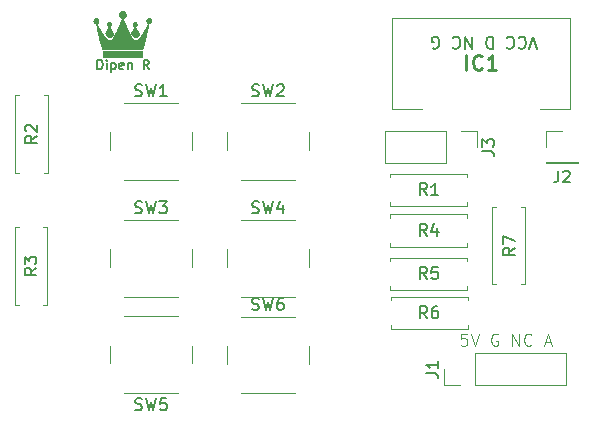
<source format=gbr>
%TF.GenerationSoftware,KiCad,Pcbnew,(6.0.5)*%
%TF.CreationDate,2022-06-30T14:49:24+05:30*%
%TF.ProjectId,D1 mini 4 button remote,4431206d-696e-4692-9034-20627574746f,rev?*%
%TF.SameCoordinates,Original*%
%TF.FileFunction,Legend,Top*%
%TF.FilePolarity,Positive*%
%FSLAX46Y46*%
G04 Gerber Fmt 4.6, Leading zero omitted, Abs format (unit mm)*
G04 Created by KiCad (PCBNEW (6.0.5)) date 2022-06-30 14:49:24*
%MOMM*%
%LPD*%
G01*
G04 APERTURE LIST*
%ADD10C,0.200000*%
%ADD11C,0.062500*%
%ADD12C,0.150000*%
%ADD13C,0.254000*%
%ADD14C,0.120000*%
%ADD15C,0.100000*%
G04 APERTURE END LIST*
D10*
X95770971Y-33280304D02*
X95770971Y-32480304D01*
X95961447Y-32480304D01*
X96075733Y-32518400D01*
X96151923Y-32594590D01*
X96190019Y-32670780D01*
X96228114Y-32823161D01*
X96228114Y-32937447D01*
X96190019Y-33089828D01*
X96151923Y-33166019D01*
X96075733Y-33242209D01*
X95961447Y-33280304D01*
X95770971Y-33280304D01*
X96570971Y-33280304D02*
X96570971Y-32746971D01*
X96570971Y-32480304D02*
X96532876Y-32518400D01*
X96570971Y-32556495D01*
X96609066Y-32518400D01*
X96570971Y-32480304D01*
X96570971Y-32556495D01*
X96951923Y-32746971D02*
X96951923Y-33546971D01*
X96951923Y-32785066D02*
X97028114Y-32746971D01*
X97180495Y-32746971D01*
X97256685Y-32785066D01*
X97294780Y-32823161D01*
X97332876Y-32899352D01*
X97332876Y-33127923D01*
X97294780Y-33204114D01*
X97256685Y-33242209D01*
X97180495Y-33280304D01*
X97028114Y-33280304D01*
X96951923Y-33242209D01*
X97980495Y-33242209D02*
X97904304Y-33280304D01*
X97751923Y-33280304D01*
X97675733Y-33242209D01*
X97637638Y-33166019D01*
X97637638Y-32861257D01*
X97675733Y-32785066D01*
X97751923Y-32746971D01*
X97904304Y-32746971D01*
X97980495Y-32785066D01*
X98018590Y-32861257D01*
X98018590Y-32937447D01*
X97637638Y-33013638D01*
X98361447Y-32746971D02*
X98361447Y-33280304D01*
X98361447Y-32823161D02*
X98399542Y-32785066D01*
X98475733Y-32746971D01*
X98590019Y-32746971D01*
X98666209Y-32785066D01*
X98704304Y-32861257D01*
X98704304Y-33280304D01*
X100151923Y-33280304D02*
X99885257Y-32899352D01*
X99694780Y-33280304D02*
X99694780Y-32480304D01*
X99999542Y-32480304D01*
X100075733Y-32518400D01*
X100113828Y-32556495D01*
X100151923Y-32632685D01*
X100151923Y-32746971D01*
X100113828Y-32823161D01*
X100075733Y-32861257D01*
X99999542Y-32899352D01*
X99694780Y-32899352D01*
D11*
X127067085Y-55687980D02*
X126590895Y-55687980D01*
X126543276Y-56164171D01*
X126590895Y-56116552D01*
X126686133Y-56068933D01*
X126924228Y-56068933D01*
X127019466Y-56116552D01*
X127067085Y-56164171D01*
X127114704Y-56259409D01*
X127114704Y-56497504D01*
X127067085Y-56592742D01*
X127019466Y-56640361D01*
X126924228Y-56687980D01*
X126686133Y-56687980D01*
X126590895Y-56640361D01*
X126543276Y-56592742D01*
X127400419Y-55687980D02*
X127733752Y-56687980D01*
X128067085Y-55687980D01*
X129686133Y-55735600D02*
X129590895Y-55687980D01*
X129448038Y-55687980D01*
X129305180Y-55735600D01*
X129209942Y-55830838D01*
X129162323Y-55926076D01*
X129114704Y-56116552D01*
X129114704Y-56259409D01*
X129162323Y-56449885D01*
X129209942Y-56545123D01*
X129305180Y-56640361D01*
X129448038Y-56687980D01*
X129543276Y-56687980D01*
X129686133Y-56640361D01*
X129733752Y-56592742D01*
X129733752Y-56259409D01*
X129543276Y-56259409D01*
X130924228Y-56687980D02*
X130924228Y-55687980D01*
X131495657Y-56687980D01*
X131495657Y-55687980D01*
X132543276Y-56592742D02*
X132495657Y-56640361D01*
X132352800Y-56687980D01*
X132257561Y-56687980D01*
X132114704Y-56640361D01*
X132019466Y-56545123D01*
X131971847Y-56449885D01*
X131924228Y-56259409D01*
X131924228Y-56116552D01*
X131971847Y-55926076D01*
X132019466Y-55830838D01*
X132114704Y-55735600D01*
X132257561Y-55687980D01*
X132352800Y-55687980D01*
X132495657Y-55735600D01*
X132543276Y-55783219D01*
X133686133Y-56402266D02*
X134162323Y-56402266D01*
X133590895Y-56687980D02*
X133924228Y-55687980D01*
X134257561Y-56687980D01*
D12*
X133024000Y-31535619D02*
X132690666Y-30535619D01*
X132357333Y-31535619D01*
X131452571Y-30630857D02*
X131500190Y-30583238D01*
X131643047Y-30535619D01*
X131738285Y-30535619D01*
X131881142Y-30583238D01*
X131976380Y-30678476D01*
X132024000Y-30773714D01*
X132071619Y-30964190D01*
X132071619Y-31107047D01*
X132024000Y-31297523D01*
X131976380Y-31392761D01*
X131881142Y-31488000D01*
X131738285Y-31535619D01*
X131643047Y-31535619D01*
X131500190Y-31488000D01*
X131452571Y-31440380D01*
X130452571Y-30630857D02*
X130500190Y-30583238D01*
X130643047Y-30535619D01*
X130738285Y-30535619D01*
X130881142Y-30583238D01*
X130976380Y-30678476D01*
X131024000Y-30773714D01*
X131071619Y-30964190D01*
X131071619Y-31107047D01*
X131024000Y-31297523D01*
X130976380Y-31392761D01*
X130881142Y-31488000D01*
X130738285Y-31535619D01*
X130643047Y-31535619D01*
X130500190Y-31488000D01*
X130452571Y-31440380D01*
X129262095Y-30535619D02*
X129262095Y-31535619D01*
X129024000Y-31535619D01*
X128881142Y-31488000D01*
X128785904Y-31392761D01*
X128738285Y-31297523D01*
X128690666Y-31107047D01*
X128690666Y-30964190D01*
X128738285Y-30773714D01*
X128785904Y-30678476D01*
X128881142Y-30583238D01*
X129024000Y-30535619D01*
X129262095Y-30535619D01*
X127500190Y-30535619D02*
X127500190Y-31535619D01*
X126928761Y-30535619D01*
X126928761Y-31535619D01*
X125881142Y-30630857D02*
X125928761Y-30583238D01*
X126071619Y-30535619D01*
X126166857Y-30535619D01*
X126309714Y-30583238D01*
X126404952Y-30678476D01*
X126452571Y-30773714D01*
X126500190Y-30964190D01*
X126500190Y-31107047D01*
X126452571Y-31297523D01*
X126404952Y-31392761D01*
X126309714Y-31488000D01*
X126166857Y-31535619D01*
X126071619Y-31535619D01*
X125928761Y-31488000D01*
X125881142Y-31440380D01*
X124166857Y-31488000D02*
X124262095Y-31535619D01*
X124404952Y-31535619D01*
X124547809Y-31488000D01*
X124643047Y-31392761D01*
X124690666Y-31297523D01*
X124738285Y-31107047D01*
X124738285Y-30964190D01*
X124690666Y-30773714D01*
X124643047Y-30678476D01*
X124547809Y-30583238D01*
X124404952Y-30535619D01*
X124309714Y-30535619D01*
X124166857Y-30583238D01*
X124119238Y-30630857D01*
X124119238Y-30964190D01*
X124309714Y-30964190D01*
%TO.C,R7*%
X131134780Y-48404266D02*
X130658590Y-48737600D01*
X131134780Y-48975695D02*
X130134780Y-48975695D01*
X130134780Y-48594742D01*
X130182400Y-48499504D01*
X130230019Y-48451885D01*
X130325257Y-48404266D01*
X130468114Y-48404266D01*
X130563352Y-48451885D01*
X130610971Y-48499504D01*
X130658590Y-48594742D01*
X130658590Y-48975695D01*
X130134780Y-48070933D02*
X130134780Y-47404266D01*
X131134780Y-47832838D01*
%TO.C,SW6*%
X108901466Y-53624361D02*
X109044323Y-53671980D01*
X109282419Y-53671980D01*
X109377657Y-53624361D01*
X109425276Y-53576742D01*
X109472895Y-53481504D01*
X109472895Y-53386266D01*
X109425276Y-53291028D01*
X109377657Y-53243409D01*
X109282419Y-53195790D01*
X109091942Y-53148171D01*
X108996704Y-53100552D01*
X108949085Y-53052933D01*
X108901466Y-52957695D01*
X108901466Y-52862457D01*
X108949085Y-52767219D01*
X108996704Y-52719600D01*
X109091942Y-52671980D01*
X109330038Y-52671980D01*
X109472895Y-52719600D01*
X109806228Y-52671980D02*
X110044323Y-53671980D01*
X110234800Y-52957695D01*
X110425276Y-53671980D01*
X110663371Y-52671980D01*
X111472895Y-52671980D02*
X111282419Y-52671980D01*
X111187180Y-52719600D01*
X111139561Y-52767219D01*
X111044323Y-52910076D01*
X110996704Y-53100552D01*
X110996704Y-53481504D01*
X111044323Y-53576742D01*
X111091942Y-53624361D01*
X111187180Y-53671980D01*
X111377657Y-53671980D01*
X111472895Y-53624361D01*
X111520514Y-53576742D01*
X111568133Y-53481504D01*
X111568133Y-53243409D01*
X111520514Y-53148171D01*
X111472895Y-53100552D01*
X111377657Y-53052933D01*
X111187180Y-53052933D01*
X111091942Y-53100552D01*
X111044323Y-53148171D01*
X110996704Y-53243409D01*
%TO.C,SW5*%
X98996666Y-62094761D02*
X99139523Y-62142380D01*
X99377619Y-62142380D01*
X99472857Y-62094761D01*
X99520476Y-62047142D01*
X99568095Y-61951904D01*
X99568095Y-61856666D01*
X99520476Y-61761428D01*
X99472857Y-61713809D01*
X99377619Y-61666190D01*
X99187142Y-61618571D01*
X99091904Y-61570952D01*
X99044285Y-61523333D01*
X98996666Y-61428095D01*
X98996666Y-61332857D01*
X99044285Y-61237619D01*
X99091904Y-61190000D01*
X99187142Y-61142380D01*
X99425238Y-61142380D01*
X99568095Y-61190000D01*
X99901428Y-61142380D02*
X100139523Y-62142380D01*
X100330000Y-61428095D01*
X100520476Y-62142380D01*
X100758571Y-61142380D01*
X101615714Y-61142380D02*
X101139523Y-61142380D01*
X101091904Y-61618571D01*
X101139523Y-61570952D01*
X101234761Y-61523333D01*
X101472857Y-61523333D01*
X101568095Y-61570952D01*
X101615714Y-61618571D01*
X101663333Y-61713809D01*
X101663333Y-61951904D01*
X101615714Y-62047142D01*
X101568095Y-62094761D01*
X101472857Y-62142380D01*
X101234761Y-62142380D01*
X101139523Y-62094761D01*
X101091904Y-62047142D01*
%TO.C,R6*%
X123706133Y-54361980D02*
X123372800Y-53885790D01*
X123134704Y-54361980D02*
X123134704Y-53361980D01*
X123515657Y-53361980D01*
X123610895Y-53409600D01*
X123658514Y-53457219D01*
X123706133Y-53552457D01*
X123706133Y-53695314D01*
X123658514Y-53790552D01*
X123610895Y-53838171D01*
X123515657Y-53885790D01*
X123134704Y-53885790D01*
X124563276Y-53361980D02*
X124372800Y-53361980D01*
X124277561Y-53409600D01*
X124229942Y-53457219D01*
X124134704Y-53600076D01*
X124087085Y-53790552D01*
X124087085Y-54171504D01*
X124134704Y-54266742D01*
X124182323Y-54314361D01*
X124277561Y-54361980D01*
X124468038Y-54361980D01*
X124563276Y-54314361D01*
X124610895Y-54266742D01*
X124658514Y-54171504D01*
X124658514Y-53933409D01*
X124610895Y-53838171D01*
X124563276Y-53790552D01*
X124468038Y-53742933D01*
X124277561Y-53742933D01*
X124182323Y-53790552D01*
X124134704Y-53838171D01*
X124087085Y-53933409D01*
%TO.C,J3*%
X128360980Y-40211333D02*
X129075266Y-40211333D01*
X129218123Y-40258952D01*
X129313361Y-40354190D01*
X129360980Y-40497047D01*
X129360980Y-40592285D01*
X128360980Y-39830380D02*
X128360980Y-39211333D01*
X128741933Y-39544666D01*
X128741933Y-39401809D01*
X128789552Y-39306571D01*
X128837171Y-39258952D01*
X128932409Y-39211333D01*
X129170504Y-39211333D01*
X129265742Y-39258952D01*
X129313361Y-39306571D01*
X129360980Y-39401809D01*
X129360980Y-39687523D01*
X129313361Y-39782761D01*
X129265742Y-39830380D01*
%TO.C,SW3*%
X98996666Y-45430761D02*
X99139523Y-45478380D01*
X99377619Y-45478380D01*
X99472857Y-45430761D01*
X99520476Y-45383142D01*
X99568095Y-45287904D01*
X99568095Y-45192666D01*
X99520476Y-45097428D01*
X99472857Y-45049809D01*
X99377619Y-45002190D01*
X99187142Y-44954571D01*
X99091904Y-44906952D01*
X99044285Y-44859333D01*
X98996666Y-44764095D01*
X98996666Y-44668857D01*
X99044285Y-44573619D01*
X99091904Y-44526000D01*
X99187142Y-44478380D01*
X99425238Y-44478380D01*
X99568095Y-44526000D01*
X99901428Y-44478380D02*
X100139523Y-45478380D01*
X100330000Y-44764095D01*
X100520476Y-45478380D01*
X100758571Y-44478380D01*
X101044285Y-44478380D02*
X101663333Y-44478380D01*
X101330000Y-44859333D01*
X101472857Y-44859333D01*
X101568095Y-44906952D01*
X101615714Y-44954571D01*
X101663333Y-45049809D01*
X101663333Y-45287904D01*
X101615714Y-45383142D01*
X101568095Y-45430761D01*
X101472857Y-45478380D01*
X101187142Y-45478380D01*
X101091904Y-45430761D01*
X101044285Y-45383142D01*
%TO.C,R5*%
X123683733Y-51049180D02*
X123350400Y-50572990D01*
X123112304Y-51049180D02*
X123112304Y-50049180D01*
X123493257Y-50049180D01*
X123588495Y-50096800D01*
X123636114Y-50144419D01*
X123683733Y-50239657D01*
X123683733Y-50382514D01*
X123636114Y-50477752D01*
X123588495Y-50525371D01*
X123493257Y-50572990D01*
X123112304Y-50572990D01*
X124588495Y-50049180D02*
X124112304Y-50049180D01*
X124064685Y-50525371D01*
X124112304Y-50477752D01*
X124207542Y-50430133D01*
X124445638Y-50430133D01*
X124540876Y-50477752D01*
X124588495Y-50525371D01*
X124636114Y-50620609D01*
X124636114Y-50858704D01*
X124588495Y-50953942D01*
X124540876Y-51001561D01*
X124445638Y-51049180D01*
X124207542Y-51049180D01*
X124112304Y-51001561D01*
X124064685Y-50953942D01*
%TO.C,SW1*%
X98996666Y-35524761D02*
X99139523Y-35572380D01*
X99377619Y-35572380D01*
X99472857Y-35524761D01*
X99520476Y-35477142D01*
X99568095Y-35381904D01*
X99568095Y-35286666D01*
X99520476Y-35191428D01*
X99472857Y-35143809D01*
X99377619Y-35096190D01*
X99187142Y-35048571D01*
X99091904Y-35000952D01*
X99044285Y-34953333D01*
X98996666Y-34858095D01*
X98996666Y-34762857D01*
X99044285Y-34667619D01*
X99091904Y-34620000D01*
X99187142Y-34572380D01*
X99425238Y-34572380D01*
X99568095Y-34620000D01*
X99901428Y-34572380D02*
X100139523Y-35572380D01*
X100330000Y-34858095D01*
X100520476Y-35572380D01*
X100758571Y-34572380D01*
X101663333Y-35572380D02*
X101091904Y-35572380D01*
X101377619Y-35572380D02*
X101377619Y-34572380D01*
X101282380Y-34715238D01*
X101187142Y-34810476D01*
X101091904Y-34858095D01*
%TO.C,J2*%
X134794666Y-41870380D02*
X134794666Y-42584666D01*
X134747047Y-42727523D01*
X134651809Y-42822761D01*
X134508952Y-42870380D01*
X134413714Y-42870380D01*
X135223238Y-41965619D02*
X135270857Y-41918000D01*
X135366095Y-41870380D01*
X135604190Y-41870380D01*
X135699428Y-41918000D01*
X135747047Y-41965619D01*
X135794666Y-42060857D01*
X135794666Y-42156095D01*
X135747047Y-42298952D01*
X135175619Y-42870380D01*
X135794666Y-42870380D01*
%TO.C,SW2*%
X108902666Y-35524761D02*
X109045523Y-35572380D01*
X109283619Y-35572380D01*
X109378857Y-35524761D01*
X109426476Y-35477142D01*
X109474095Y-35381904D01*
X109474095Y-35286666D01*
X109426476Y-35191428D01*
X109378857Y-35143809D01*
X109283619Y-35096190D01*
X109093142Y-35048571D01*
X108997904Y-35000952D01*
X108950285Y-34953333D01*
X108902666Y-34858095D01*
X108902666Y-34762857D01*
X108950285Y-34667619D01*
X108997904Y-34620000D01*
X109093142Y-34572380D01*
X109331238Y-34572380D01*
X109474095Y-34620000D01*
X109807428Y-34572380D02*
X110045523Y-35572380D01*
X110236000Y-34858095D01*
X110426476Y-35572380D01*
X110664571Y-34572380D01*
X110997904Y-34667619D02*
X111045523Y-34620000D01*
X111140761Y-34572380D01*
X111378857Y-34572380D01*
X111474095Y-34620000D01*
X111521714Y-34667619D01*
X111569333Y-34762857D01*
X111569333Y-34858095D01*
X111521714Y-35000952D01*
X110950285Y-35572380D01*
X111569333Y-35572380D01*
%TO.C,R4*%
X123683733Y-47391580D02*
X123350400Y-46915390D01*
X123112304Y-47391580D02*
X123112304Y-46391580D01*
X123493257Y-46391580D01*
X123588495Y-46439200D01*
X123636114Y-46486819D01*
X123683733Y-46582057D01*
X123683733Y-46724914D01*
X123636114Y-46820152D01*
X123588495Y-46867771D01*
X123493257Y-46915390D01*
X123112304Y-46915390D01*
X124540876Y-46724914D02*
X124540876Y-47391580D01*
X124302780Y-46343961D02*
X124064685Y-47058247D01*
X124683733Y-47058247D01*
%TO.C,R1*%
X123683733Y-43937180D02*
X123350400Y-43460990D01*
X123112304Y-43937180D02*
X123112304Y-42937180D01*
X123493257Y-42937180D01*
X123588495Y-42984800D01*
X123636114Y-43032419D01*
X123683733Y-43127657D01*
X123683733Y-43270514D01*
X123636114Y-43365752D01*
X123588495Y-43413371D01*
X123493257Y-43460990D01*
X123112304Y-43460990D01*
X124636114Y-43937180D02*
X124064685Y-43937180D01*
X124350400Y-43937180D02*
X124350400Y-42937180D01*
X124255161Y-43080038D01*
X124159923Y-43175276D01*
X124064685Y-43222895D01*
%TO.C,J1*%
X123624380Y-59007333D02*
X124338666Y-59007333D01*
X124481523Y-59054952D01*
X124576761Y-59150190D01*
X124624380Y-59293047D01*
X124624380Y-59388285D01*
X124624380Y-58007333D02*
X124624380Y-58578761D01*
X124624380Y-58293047D02*
X123624380Y-58293047D01*
X123767238Y-58388285D01*
X123862476Y-58483523D01*
X123910095Y-58578761D01*
D13*
%TO.C,IC1*%
X127030238Y-33340523D02*
X127030238Y-32070523D01*
X128360714Y-33219571D02*
X128300238Y-33280047D01*
X128118809Y-33340523D01*
X127997857Y-33340523D01*
X127816428Y-33280047D01*
X127695476Y-33159095D01*
X127635000Y-33038142D01*
X127574523Y-32796238D01*
X127574523Y-32614809D01*
X127635000Y-32372904D01*
X127695476Y-32251952D01*
X127816428Y-32131000D01*
X127997857Y-32070523D01*
X128118809Y-32070523D01*
X128300238Y-32131000D01*
X128360714Y-32191476D01*
X129570238Y-33340523D02*
X128844523Y-33340523D01*
X129207380Y-33340523D02*
X129207380Y-32070523D01*
X129086428Y-32251952D01*
X128965476Y-32372904D01*
X128844523Y-32433380D01*
D12*
%TO.C,R3*%
X90622380Y-50103066D02*
X90146190Y-50436400D01*
X90622380Y-50674495D02*
X89622380Y-50674495D01*
X89622380Y-50293542D01*
X89670000Y-50198304D01*
X89717619Y-50150685D01*
X89812857Y-50103066D01*
X89955714Y-50103066D01*
X90050952Y-50150685D01*
X90098571Y-50198304D01*
X90146190Y-50293542D01*
X90146190Y-50674495D01*
X89622380Y-49769733D02*
X89622380Y-49150685D01*
X90003333Y-49484019D01*
X90003333Y-49341161D01*
X90050952Y-49245923D01*
X90098571Y-49198304D01*
X90193809Y-49150685D01*
X90431904Y-49150685D01*
X90527142Y-49198304D01*
X90574761Y-49245923D01*
X90622380Y-49341161D01*
X90622380Y-49626876D01*
X90574761Y-49722114D01*
X90527142Y-49769733D01*
%TO.C,R2*%
X90673180Y-38927066D02*
X90196990Y-39260400D01*
X90673180Y-39498495D02*
X89673180Y-39498495D01*
X89673180Y-39117542D01*
X89720800Y-39022304D01*
X89768419Y-38974685D01*
X89863657Y-38927066D01*
X90006514Y-38927066D01*
X90101752Y-38974685D01*
X90149371Y-39022304D01*
X90196990Y-39117542D01*
X90196990Y-39498495D01*
X89768419Y-38546114D02*
X89720800Y-38498495D01*
X89673180Y-38403257D01*
X89673180Y-38165161D01*
X89720800Y-38069923D01*
X89768419Y-38022304D01*
X89863657Y-37974685D01*
X89958895Y-37974685D01*
X90101752Y-38022304D01*
X90673180Y-38593733D01*
X90673180Y-37974685D01*
%TO.C,SW4*%
X108902666Y-45430761D02*
X109045523Y-45478380D01*
X109283619Y-45478380D01*
X109378857Y-45430761D01*
X109426476Y-45383142D01*
X109474095Y-45287904D01*
X109474095Y-45192666D01*
X109426476Y-45097428D01*
X109378857Y-45049809D01*
X109283619Y-45002190D01*
X109093142Y-44954571D01*
X108997904Y-44906952D01*
X108950285Y-44859333D01*
X108902666Y-44764095D01*
X108902666Y-44668857D01*
X108950285Y-44573619D01*
X108997904Y-44526000D01*
X109093142Y-44478380D01*
X109331238Y-44478380D01*
X109474095Y-44526000D01*
X109807428Y-44478380D02*
X110045523Y-45478380D01*
X110236000Y-44764095D01*
X110426476Y-45478380D01*
X110664571Y-44478380D01*
X111474095Y-44811714D02*
X111474095Y-45478380D01*
X111236000Y-44430761D02*
X110997904Y-45145047D01*
X111616952Y-45145047D01*
%TO.C,G\u002A\u002A\u002A*%
G36*
X99021166Y-29284456D02*
G01*
X99051394Y-29288457D01*
X99071475Y-29294534D01*
X99114878Y-29320368D01*
X99152681Y-29355067D01*
X99182706Y-29396121D01*
X99202773Y-29441025D01*
X99204786Y-29447925D01*
X99209851Y-29483390D01*
X99208511Y-29524012D01*
X99201300Y-29564550D01*
X99189443Y-29598330D01*
X99173196Y-29624695D01*
X99149752Y-29652956D01*
X99122887Y-29679021D01*
X99097087Y-29698366D01*
X99084850Y-29710106D01*
X99079833Y-29723525D01*
X99083243Y-29734553D01*
X99085754Y-29736585D01*
X99092590Y-29744359D01*
X99100317Y-29757272D01*
X99109671Y-29775265D01*
X99123135Y-29800749D01*
X99138841Y-29830231D01*
X99154923Y-29860220D01*
X99169515Y-29887223D01*
X99180749Y-29907750D01*
X99181302Y-29908747D01*
X99192987Y-29929917D01*
X99207070Y-29955600D01*
X99217317Y-29974388D01*
X99230145Y-29996994D01*
X99242936Y-30017956D01*
X99251454Y-30030652D01*
X99261814Y-30045711D01*
X99268995Y-30057757D01*
X99269491Y-30058784D01*
X99275948Y-30070660D01*
X99284656Y-30084707D01*
X99303385Y-30113710D01*
X99323760Y-30146094D01*
X99344724Y-30180081D01*
X99365218Y-30213896D01*
X99384183Y-30245763D01*
X99400560Y-30273905D01*
X99413291Y-30296545D01*
X99421317Y-30311907D01*
X99423650Y-30317933D01*
X99419755Y-30328013D01*
X99408934Y-30345844D01*
X99392481Y-30369755D01*
X99371689Y-30398077D01*
X99347852Y-30429140D01*
X99322263Y-30461275D01*
X99296217Y-30492812D01*
X99271008Y-30522082D01*
X99247928Y-30547415D01*
X99237392Y-30558284D01*
X99200099Y-30594448D01*
X99168409Y-30622174D01*
X99140341Y-30642965D01*
X99113915Y-30658323D01*
X99093836Y-30667238D01*
X99073851Y-30674240D01*
X99057857Y-30676709D01*
X99041074Y-30674524D01*
X99018722Y-30667565D01*
X99012040Y-30665187D01*
X98973488Y-30646180D01*
X98930906Y-30615447D01*
X98884280Y-30572974D01*
X98833598Y-30518747D01*
X98778845Y-30452752D01*
X98720011Y-30374976D01*
X98658940Y-30288133D01*
X98645419Y-30267144D01*
X98635252Y-30249159D01*
X98630174Y-30237315D01*
X98629900Y-30235540D01*
X98633042Y-30226717D01*
X98641644Y-30209639D01*
X98654463Y-30186610D01*
X98670259Y-30159931D01*
X98673650Y-30154387D01*
X98689759Y-30128017D01*
X98703197Y-30105697D01*
X98712753Y-30089460D01*
X98717219Y-30081340D01*
X98717400Y-30080828D01*
X98720574Y-30074806D01*
X98728919Y-30061252D01*
X98740665Y-30043036D01*
X98741323Y-30042034D01*
X98754011Y-30022334D01*
X98764155Y-30005852D01*
X98769502Y-29996269D01*
X98775393Y-29985037D01*
X98784639Y-29969000D01*
X98787038Y-29965011D01*
X98797551Y-29947070D01*
X98810476Y-29924179D01*
X98818959Y-29908747D01*
X98832957Y-29883006D01*
X98848101Y-29855272D01*
X98855625Y-29841543D01*
X98869113Y-29816932D01*
X98884345Y-29789063D01*
X98893227Y-29772776D01*
X98904191Y-29753103D01*
X98913374Y-29737435D01*
X98918335Y-29729808D01*
X98921266Y-29717621D01*
X98913660Y-29705162D01*
X98901442Y-29697181D01*
X98869938Y-29676680D01*
X98841203Y-29646449D01*
X98816963Y-29609219D01*
X98798946Y-29567721D01*
X98788876Y-29524683D01*
X98788132Y-29517984D01*
X98789839Y-29471698D01*
X98802672Y-29426043D01*
X98825334Y-29383033D01*
X98856527Y-29344686D01*
X98894954Y-29313018D01*
X98933203Y-29292493D01*
X98957123Y-29286401D01*
X98988094Y-29283747D01*
X99021166Y-29284456D01*
G37*
G36*
X98003917Y-28348978D02*
G01*
X98062183Y-28365925D01*
X98115807Y-28393560D01*
X98163398Y-28431044D01*
X98203566Y-28477540D01*
X98226391Y-28514750D01*
X98252526Y-28576900D01*
X98266302Y-28639963D01*
X98267705Y-28703347D01*
X98256719Y-28766464D01*
X98234458Y-28826352D01*
X98215528Y-28858897D01*
X98189902Y-28892338D01*
X98159932Y-28924448D01*
X98127967Y-28952998D01*
X98096356Y-28975759D01*
X98067448Y-28990505D01*
X98058320Y-28993381D01*
X98042266Y-29001315D01*
X98037277Y-29014684D01*
X98042227Y-29032391D01*
X98048258Y-29045653D01*
X98054638Y-29060182D01*
X98062226Y-29078021D01*
X98071880Y-29101214D01*
X98084459Y-29131805D01*
X98100821Y-29171838D01*
X98101781Y-29174191D01*
X98119661Y-29217972D01*
X98133563Y-29251903D01*
X98144206Y-29277722D01*
X98152306Y-29297166D01*
X98158582Y-29311973D01*
X98161172Y-29317977D01*
X98165561Y-29328456D01*
X98173516Y-29347781D01*
X98183911Y-29373210D01*
X98195622Y-29401999D01*
X98195774Y-29402373D01*
X98212380Y-29443217D01*
X98225373Y-29474973D01*
X98235792Y-29500161D01*
X98244676Y-29521296D01*
X98249948Y-29533655D01*
X98261422Y-29560392D01*
X98269682Y-29579592D01*
X98276435Y-29595211D01*
X98283387Y-29611207D01*
X98285107Y-29615158D01*
X98292183Y-29631580D01*
X98302777Y-29656390D01*
X98315555Y-29686452D01*
X98329181Y-29718632D01*
X98331686Y-29724560D01*
X98345878Y-29757928D01*
X98360052Y-29790845D01*
X98372671Y-29819763D01*
X98382196Y-29841137D01*
X98383095Y-29843106D01*
X98394566Y-29868205D01*
X98408270Y-29898279D01*
X98421283Y-29926911D01*
X98421550Y-29927502D01*
X98434476Y-29955982D01*
X98448114Y-29986014D01*
X98459564Y-30011208D01*
X98459797Y-30011720D01*
X98468353Y-30029932D01*
X98481148Y-30056381D01*
X98497364Y-30089435D01*
X98516182Y-30127466D01*
X98536782Y-30168844D01*
X98558345Y-30211939D01*
X98580053Y-30255121D01*
X98601085Y-30296762D01*
X98620624Y-30335231D01*
X98637850Y-30368898D01*
X98651944Y-30396135D01*
X98662087Y-30415312D01*
X98667266Y-30424499D01*
X98678267Y-30442456D01*
X98687715Y-30458883D01*
X98695454Y-30472449D01*
X98707433Y-30492708D01*
X98722328Y-30517496D01*
X98738813Y-30544647D01*
X98755562Y-30571998D01*
X98771250Y-30597385D01*
X98784551Y-30618643D01*
X98794139Y-30633608D01*
X98798689Y-30640115D01*
X98798757Y-30640177D01*
X98803934Y-30646284D01*
X98814639Y-30660062D01*
X98829012Y-30679095D01*
X98837261Y-30690189D01*
X98878866Y-30741337D01*
X98920935Y-30783276D01*
X98962430Y-30815127D01*
X99002309Y-30836009D01*
X99014912Y-30840336D01*
X99032642Y-30844230D01*
X99049435Y-30843881D01*
X99070973Y-30839027D01*
X99076210Y-30837534D01*
X99111003Y-30824195D01*
X99148740Y-30804454D01*
X99184029Y-30781224D01*
X99192400Y-30774762D01*
X99210044Y-30759288D01*
X99233752Y-30736663D01*
X99261348Y-30709137D01*
X99290659Y-30678964D01*
X99319509Y-30648394D01*
X99345723Y-30619678D01*
X99367126Y-30595070D01*
X99373726Y-30587039D01*
X99390903Y-30565834D01*
X99405278Y-30548436D01*
X99415000Y-30537067D01*
X99418024Y-30533901D01*
X99422857Y-30527967D01*
X99433691Y-30513442D01*
X99449354Y-30491972D01*
X99468673Y-30465207D01*
X99490476Y-30434793D01*
X99513591Y-30402379D01*
X99536845Y-30369613D01*
X99559068Y-30338142D01*
X99579085Y-30309614D01*
X99595726Y-30285677D01*
X99607817Y-30267979D01*
X99614188Y-30258168D01*
X99614275Y-30258019D01*
X99619126Y-30249985D01*
X99629626Y-30232823D01*
X99644847Y-30208041D01*
X99663864Y-30177145D01*
X99685750Y-30141641D01*
X99709578Y-30103037D01*
X99709587Y-30103022D01*
X99733047Y-30064923D01*
X99754192Y-30030361D01*
X99772174Y-30000741D01*
X99786142Y-29977471D01*
X99795249Y-29961955D01*
X99798644Y-29955601D01*
X99798650Y-29955558D01*
X99801674Y-29949080D01*
X99809737Y-29934642D01*
X99821319Y-29914930D01*
X99826047Y-29907078D01*
X99841910Y-29880429D01*
X99858045Y-29852566D01*
X99871172Y-29829158D01*
X99872087Y-29827477D01*
X99885361Y-29803086D01*
X99899136Y-29777917D01*
X99906266Y-29764962D01*
X99915763Y-29747529D01*
X99929081Y-29722776D01*
X99944214Y-29694442D01*
X99954900Y-29674315D01*
X99969840Y-29646167D01*
X99984115Y-29619406D01*
X99995829Y-29597575D01*
X100001673Y-29586793D01*
X100025441Y-29543141D01*
X100044953Y-29506901D01*
X100059767Y-29478909D01*
X100069442Y-29459999D01*
X100073538Y-29451006D01*
X100073650Y-29450485D01*
X100068807Y-29445538D01*
X100056610Y-29436988D01*
X100050212Y-29432996D01*
X100023846Y-29413024D01*
X99997870Y-29386291D01*
X99974200Y-29355594D01*
X99954749Y-29323730D01*
X99941434Y-29293498D01*
X99936168Y-29267694D01*
X99936150Y-29266344D01*
X99934334Y-29247279D01*
X99930625Y-29229861D01*
X99928488Y-29208859D01*
X99930720Y-29180337D01*
X99936565Y-29148177D01*
X99945271Y-29116265D01*
X99956083Y-29088486D01*
X99959297Y-29082140D01*
X99976451Y-29055823D01*
X99999197Y-29028223D01*
X100024318Y-29002719D01*
X100048598Y-28982686D01*
X100061810Y-28974499D01*
X100115036Y-28954074D01*
X100170205Y-28945727D01*
X100225937Y-28949482D01*
X100280848Y-28965363D01*
X100292400Y-28970357D01*
X100309902Y-28981438D01*
X100331901Y-28999619D01*
X100355453Y-29021954D01*
X100377611Y-29045500D01*
X100395431Y-29067310D01*
X100405571Y-29083544D01*
X100426846Y-29142247D01*
X100435824Y-29198987D01*
X100432521Y-29253942D01*
X100425606Y-29283044D01*
X100408594Y-29324292D01*
X100383760Y-29364870D01*
X100354003Y-29400629D01*
X100326957Y-29424171D01*
X100300710Y-29440478D01*
X100271465Y-29454794D01*
X100243241Y-29465428D01*
X100220060Y-29470688D01*
X100215703Y-29470964D01*
X100207378Y-29473848D01*
X100200479Y-29483409D01*
X100194200Y-29501453D01*
X100187737Y-29529783D01*
X100186364Y-29536781D01*
X100180581Y-29564087D01*
X100173784Y-29592445D01*
X100170143Y-29606097D01*
X100164924Y-29627194D01*
X100161679Y-29645389D01*
X100161150Y-29652021D01*
X100159561Y-29666153D01*
X100155513Y-29686469D01*
X100152578Y-29698359D01*
X100145869Y-29724785D01*
X100139221Y-29752811D01*
X100137207Y-29761836D01*
X100131992Y-29785582D01*
X100125657Y-29814111D01*
X100121265Y-29833729D01*
X100115249Y-29860995D01*
X100108247Y-29893500D01*
X100101770Y-29924230D01*
X100101739Y-29924376D01*
X100095393Y-29954386D01*
X100088620Y-29985552D01*
X100082855Y-30011270D01*
X100082711Y-30011898D01*
X100071507Y-30060916D01*
X100061250Y-30106583D01*
X100052658Y-30145671D01*
X100047853Y-30168186D01*
X100042642Y-30192754D01*
X100036484Y-30221314D01*
X100033069Y-30236953D01*
X100027536Y-30262383D01*
X100020857Y-30293459D01*
X100014447Y-30323589D01*
X100014260Y-30324475D01*
X100008519Y-30351282D01*
X100003045Y-30376205D01*
X99998897Y-30394440D01*
X99998438Y-30396367D01*
X99994494Y-30413489D01*
X99989117Y-30437733D01*
X99983441Y-30463985D01*
X99983197Y-30465134D01*
X99970029Y-30525933D01*
X99956229Y-30587820D01*
X99945657Y-30633926D01*
X99939658Y-30660714D01*
X99933259Y-30690811D01*
X99930209Y-30705818D01*
X99924274Y-30734625D01*
X99917484Y-30766036D01*
X99914153Y-30780837D01*
X99908426Y-30806266D01*
X99901585Y-30837342D01*
X99895080Y-30867472D01*
X99894891Y-30868358D01*
X99888706Y-30896187D01*
X99880811Y-30929931D01*
X99871959Y-30966558D01*
X99862903Y-31003036D01*
X99854394Y-31036335D01*
X99847186Y-31063421D01*
X99842143Y-31080911D01*
X99837691Y-31095580D01*
X99830653Y-31119385D01*
X99821869Y-31149438D01*
X99812178Y-31182850D01*
X99802419Y-31216732D01*
X99793430Y-31248195D01*
X99788580Y-31265331D01*
X99782229Y-31287484D01*
X99776447Y-31306990D01*
X99773853Y-31315343D01*
X99769585Y-31329507D01*
X99763499Y-31350815D01*
X99757749Y-31371607D01*
X99751304Y-31394166D01*
X99742240Y-31424424D01*
X99731825Y-31458199D01*
X99722633Y-31487261D01*
X99712260Y-31519836D01*
X99702246Y-31551696D01*
X99693789Y-31579002D01*
X99688455Y-31596663D01*
X99681295Y-31618840D01*
X99673927Y-31638357D01*
X99670137Y-31646675D01*
X99661937Y-31662304D01*
X97946281Y-31663878D01*
X96230624Y-31665452D01*
X96220887Y-31651547D01*
X96213546Y-31638335D01*
X96211150Y-31629726D01*
X96209313Y-31621387D01*
X96204326Y-31603691D01*
X96196977Y-31579147D01*
X96188049Y-31550266D01*
X96178330Y-31519556D01*
X96168605Y-31489528D01*
X96159661Y-31462692D01*
X96152283Y-31441557D01*
X96151852Y-31440374D01*
X96146424Y-31424461D01*
X96138785Y-31400726D01*
X96130266Y-31373334D01*
X96126893Y-31362230D01*
X96118316Y-31334027D01*
X96110054Y-31307287D01*
X96103476Y-31286430D01*
X96101701Y-31280960D01*
X96093331Y-31254927D01*
X96082570Y-31220571D01*
X96070549Y-31181565D01*
X96058404Y-31141583D01*
X96048670Y-31109043D01*
X96039169Y-31077541D01*
X96028347Y-31042456D01*
X96019835Y-31015443D01*
X96012726Y-30992227D01*
X96007452Y-30973142D01*
X96004975Y-30961705D01*
X96004900Y-30960657D01*
X96001981Y-30948645D01*
X95998749Y-30941729D01*
X95994361Y-30930689D01*
X95987552Y-30909399D01*
X95978871Y-30879756D01*
X95968869Y-30843656D01*
X95958095Y-30802994D01*
X95954801Y-30790214D01*
X95951123Y-30775933D01*
X95945097Y-30752627D01*
X95937521Y-30723375D01*
X95929191Y-30691254D01*
X95928103Y-30687064D01*
X95914016Y-30631599D01*
X95902930Y-30585054D01*
X95894165Y-30544404D01*
X95887038Y-30506620D01*
X95885812Y-30499518D01*
X95882535Y-30481732D01*
X95877305Y-30455044D01*
X95870787Y-30422775D01*
X95863644Y-30388250D01*
X95862066Y-30380738D01*
X95853907Y-30341709D01*
X95845269Y-30299912D01*
X95837175Y-30260324D01*
X95830648Y-30227924D01*
X95830579Y-30227576D01*
X95819159Y-30170522D01*
X95808342Y-30117161D01*
X95798751Y-30070555D01*
X95792347Y-30040030D01*
X95787837Y-30017385D01*
X95782811Y-29990108D01*
X95780090Y-29974388D01*
X95775650Y-29948928D01*
X95769979Y-29917816D01*
X95764283Y-29887666D01*
X95764128Y-29886867D01*
X95758611Y-29857522D01*
X95753257Y-29827663D01*
X95749180Y-29803505D01*
X95749016Y-29802471D01*
X95744534Y-29776501D01*
X95739411Y-29750151D01*
X95737216Y-29739956D01*
X95733371Y-29721284D01*
X95728371Y-29694677D01*
X95723031Y-29664545D01*
X95720452Y-29649308D01*
X95715419Y-29620629D01*
X95710409Y-29594760D01*
X95706162Y-29575408D01*
X95704352Y-29568668D01*
X95700297Y-29549254D01*
X95698557Y-29528033D01*
X95696185Y-29504554D01*
X95687901Y-29487560D01*
X95671615Y-29474657D01*
X95645237Y-29463451D01*
X95640884Y-29461970D01*
X95587274Y-29437993D01*
X95542098Y-29405141D01*
X95506011Y-29364322D01*
X95479666Y-29316447D01*
X95463716Y-29262425D01*
X95458787Y-29208575D01*
X95464436Y-29151348D01*
X95481145Y-29098349D01*
X95508015Y-29050887D01*
X95544147Y-29010272D01*
X95588644Y-28977815D01*
X95630424Y-28958322D01*
X95657118Y-28951412D01*
X95689399Y-28947210D01*
X95722949Y-28945874D01*
X95753451Y-28947558D01*
X95776586Y-28952421D01*
X95778043Y-28952973D01*
X95835357Y-28981206D01*
X95882078Y-29016055D01*
X95918254Y-29057577D01*
X95943934Y-29105829D01*
X95959168Y-29160868D01*
X95960012Y-29166052D01*
X95962119Y-29191853D01*
X95961674Y-29221453D01*
X95959067Y-29251522D01*
X95954692Y-29278726D01*
X95948941Y-29299733D01*
X95943001Y-29310499D01*
X95936702Y-29322676D01*
X95936146Y-29327042D01*
X95931836Y-29338949D01*
X95920466Y-29356377D01*
X95904367Y-29376595D01*
X95885867Y-29396870D01*
X95867297Y-29414469D01*
X95851424Y-29426398D01*
X95835728Y-29437370D01*
X95825728Y-29447143D01*
X95823847Y-29451143D01*
X95826552Y-29459234D01*
X95834018Y-29475954D01*
X95845058Y-29498933D01*
X95858485Y-29525805D01*
X95873109Y-29554202D01*
X95887742Y-29581757D01*
X95901197Y-29606101D01*
X95904464Y-29611799D01*
X95911512Y-29624487D01*
X95922820Y-29645419D01*
X95936862Y-29671754D01*
X95952117Y-29700650D01*
X95953060Y-29702446D01*
X95968412Y-29731650D01*
X95980960Y-29755329D01*
X95992074Y-29775940D01*
X96003120Y-29795941D01*
X96015466Y-29817788D01*
X96030479Y-29843939D01*
X96049528Y-29876849D01*
X96064644Y-29902895D01*
X96082209Y-29933204D01*
X96098139Y-29960786D01*
X96111099Y-29983324D01*
X96119754Y-29998500D01*
X96122004Y-30002520D01*
X96131671Y-30019158D01*
X96142657Y-30036904D01*
X96152897Y-30053526D01*
X96160992Y-30067796D01*
X96161182Y-30068161D01*
X96168389Y-30080813D01*
X96179222Y-30098512D01*
X96184712Y-30107153D01*
X96194617Y-30122792D01*
X96209117Y-30146018D01*
X96226295Y-30173745D01*
X96244233Y-30202889D01*
X96244946Y-30204052D01*
X96265846Y-30237291D01*
X96289186Y-30273061D01*
X96311847Y-30306647D01*
X96327759Y-30329280D01*
X96343869Y-30351825D01*
X96356829Y-30370470D01*
X96365129Y-30383011D01*
X96367400Y-30387176D01*
X96371140Y-30394236D01*
X96381568Y-30409449D01*
X96397492Y-30431261D01*
X96417723Y-30458115D01*
X96441069Y-30488457D01*
X96466340Y-30520733D01*
X96492345Y-30553387D01*
X96517894Y-30584864D01*
X96530014Y-30599542D01*
X96583199Y-30661252D01*
X96631750Y-30712599D01*
X96676639Y-30754399D01*
X96718839Y-30787465D01*
X96759323Y-30812609D01*
X96799063Y-30830645D01*
X96811489Y-30834954D01*
X96834224Y-30842031D01*
X96849582Y-30845370D01*
X96862068Y-30845119D01*
X96876184Y-30841428D01*
X96887719Y-30837482D01*
X96915780Y-30823765D01*
X96948077Y-30801585D01*
X96982180Y-30773055D01*
X97015660Y-30740290D01*
X97046086Y-30705403D01*
X97058781Y-30688678D01*
X97072522Y-30669957D01*
X97086166Y-30651890D01*
X97087118Y-30650657D01*
X97095462Y-30638945D01*
X97107173Y-30621355D01*
X97120496Y-30600676D01*
X97133677Y-30579694D01*
X97144961Y-30561199D01*
X97152594Y-30547977D01*
X97154900Y-30542969D01*
X97157958Y-30537103D01*
X97166350Y-30522564D01*
X97178898Y-30501354D01*
X97194427Y-30475473D01*
X97199562Y-30466980D01*
X97214790Y-30440827D01*
X97234208Y-30405923D01*
X97256491Y-30364738D01*
X97280315Y-30319741D01*
X97304357Y-30273403D01*
X97323000Y-30236742D01*
X97351302Y-30180333D01*
X97375025Y-30132587D01*
X97395340Y-30091064D01*
X97413420Y-30053324D01*
X97430437Y-30016931D01*
X97447561Y-29979443D01*
X97461073Y-29949382D01*
X97470206Y-29929097D01*
X97481407Y-29904407D01*
X97487983Y-29889993D01*
X97505827Y-29850527D01*
X97528018Y-29800624D01*
X97542359Y-29768088D01*
X97547578Y-29756337D01*
X97556141Y-29737177D01*
X97566261Y-29714602D01*
X97567003Y-29712950D01*
X97576264Y-29691661D01*
X97583062Y-29674763D01*
X97586099Y-29665509D01*
X97586150Y-29665008D01*
X97588757Y-29656157D01*
X97595040Y-29642229D01*
X97595156Y-29642001D01*
X97600144Y-29631865D01*
X97606067Y-29619073D01*
X97613502Y-29602283D01*
X97623021Y-29580148D01*
X97635199Y-29551327D01*
X97650610Y-29514474D01*
X97669829Y-29468246D01*
X97684180Y-29433630D01*
X97691707Y-29415508D01*
X97698005Y-29400420D01*
X97698497Y-29399247D01*
X97702469Y-29389674D01*
X97710346Y-29370598D01*
X97721278Y-29344081D01*
X97734415Y-29312183D01*
X97748753Y-29277342D01*
X97763524Y-29241509D01*
X97777223Y-29208418D01*
X97788919Y-29180303D01*
X97797684Y-29159397D01*
X97802453Y-29148241D01*
X97808314Y-29134116D01*
X97811110Y-29125710D01*
X97811149Y-29125316D01*
X97813506Y-29118257D01*
X97819553Y-29103622D01*
X97824718Y-29091877D01*
X97840520Y-29055093D01*
X97850311Y-29028135D01*
X97854304Y-29009986D01*
X97852714Y-28999629D01*
X97845753Y-28996047D01*
X97844837Y-28996023D01*
X97826129Y-28991389D01*
X97801931Y-28978716D01*
X97774410Y-28959846D01*
X97745737Y-28936619D01*
X97718079Y-28910877D01*
X97693606Y-28884461D01*
X97674487Y-28859213D01*
X97665837Y-28844048D01*
X97646870Y-28801165D01*
X97634221Y-28764719D01*
X97626926Y-28730985D01*
X97624021Y-28696235D01*
X97623869Y-28681793D01*
X97630183Y-28615529D01*
X97648128Y-28553323D01*
X97677360Y-28496021D01*
X97717536Y-28444469D01*
X97722593Y-28439201D01*
X97770758Y-28397779D01*
X97822714Y-28368193D01*
X97879005Y-28350208D01*
X97940177Y-28343585D01*
X97942400Y-28343556D01*
X98003917Y-28348978D01*
G37*
G36*
X97922117Y-31770829D02*
G01*
X98049031Y-31770881D01*
X98175442Y-31770976D01*
X98300731Y-31771114D01*
X98424278Y-31771296D01*
X98545465Y-31771520D01*
X98663674Y-31771788D01*
X98778284Y-31772097D01*
X98888679Y-31772449D01*
X98994237Y-31772843D01*
X99094342Y-31773279D01*
X99188373Y-31773757D01*
X99275712Y-31774277D01*
X99355741Y-31774838D01*
X99427839Y-31775440D01*
X99491389Y-31776083D01*
X99545772Y-31776767D01*
X99590368Y-31777491D01*
X99624560Y-31778256D01*
X99647727Y-31779062D01*
X99659251Y-31779907D01*
X99660453Y-31780243D01*
X99662328Y-31786744D01*
X99663825Y-31801684D01*
X99664955Y-31825699D01*
X99665731Y-31859425D01*
X99666167Y-31903499D01*
X99666274Y-31958558D01*
X99666065Y-32025238D01*
X99665905Y-32053748D01*
X99664275Y-32318715D01*
X97948140Y-32320289D01*
X97802486Y-32320408D01*
X97660088Y-32320494D01*
X97521451Y-32320549D01*
X97387084Y-32320573D01*
X97257491Y-32320567D01*
X97133181Y-32320532D01*
X97014659Y-32320469D01*
X96902432Y-32320378D01*
X96797006Y-32320260D01*
X96698889Y-32320116D01*
X96608587Y-32319947D01*
X96526607Y-32319753D01*
X96453454Y-32319536D01*
X96389636Y-32319295D01*
X96335660Y-32319032D01*
X96292031Y-32318747D01*
X96259257Y-32318442D01*
X96237844Y-32318117D01*
X96228299Y-32317773D01*
X96227827Y-32317684D01*
X96226937Y-32310737D01*
X96226112Y-32292603D01*
X96225372Y-32264599D01*
X96224738Y-32228043D01*
X96224230Y-32184251D01*
X96223870Y-32134541D01*
X96223677Y-32080228D01*
X96223650Y-32050107D01*
X96223746Y-31980929D01*
X96224052Y-31923445D01*
X96224588Y-31876848D01*
X96225378Y-31840332D01*
X96226444Y-31813090D01*
X96227808Y-31794314D01*
X96229492Y-31783197D01*
X96231149Y-31779207D01*
X96238173Y-31778351D01*
X96257070Y-31777541D01*
X96287221Y-31776779D01*
X96328009Y-31776063D01*
X96378814Y-31775395D01*
X96439017Y-31774772D01*
X96507999Y-31774196D01*
X96585142Y-31773666D01*
X96669827Y-31773181D01*
X96761434Y-31772743D01*
X96859346Y-31772350D01*
X96962942Y-31772002D01*
X97071605Y-31771699D01*
X97184716Y-31771442D01*
X97301655Y-31771229D01*
X97421803Y-31771060D01*
X97544543Y-31770936D01*
X97669254Y-31770857D01*
X97795318Y-31770821D01*
X97922117Y-31770829D01*
G37*
G36*
X96829623Y-29284245D02*
G01*
X96859375Y-29287335D01*
X96882484Y-29293153D01*
X96886150Y-29294756D01*
X96929314Y-29320136D01*
X96963419Y-29349029D01*
X96978155Y-29366673D01*
X96996428Y-29393274D01*
X97008519Y-29414677D01*
X97015675Y-29434911D01*
X97019142Y-29458004D01*
X97020169Y-29487982D01*
X97020176Y-29502397D01*
X97019752Y-29533105D01*
X97018318Y-29554959D01*
X97015218Y-29571603D01*
X97009799Y-29586681D01*
X97002221Y-29602264D01*
X96975106Y-29644910D01*
X96943740Y-29676567D01*
X96921782Y-29690720D01*
X96907941Y-29698126D01*
X96898852Y-29704899D01*
X96894709Y-29712961D01*
X96895706Y-29724234D01*
X96902036Y-29740640D01*
X96913894Y-29764101D01*
X96931472Y-29796539D01*
X96932662Y-29798719D01*
X96945706Y-29822415D01*
X96958016Y-29844425D01*
X96967095Y-29860287D01*
X96967653Y-29861234D01*
X96976934Y-29877488D01*
X96990293Y-29901788D01*
X97008286Y-29935163D01*
X97030921Y-29977602D01*
X97040482Y-29994176D01*
X97051755Y-30011983D01*
X97051775Y-30012012D01*
X97062576Y-30028549D01*
X97071469Y-30042773D01*
X97071714Y-30043182D01*
X97077546Y-30052719D01*
X97088640Y-30070653D01*
X97103631Y-30094784D01*
X97121151Y-30122909D01*
X97129899Y-30136928D01*
X97148138Y-30166173D01*
X97164492Y-30192462D01*
X97177594Y-30213592D01*
X97186078Y-30227364D01*
X97188085Y-30230675D01*
X97196786Y-30244643D01*
X97207593Y-30261258D01*
X97208025Y-30261906D01*
X97220052Y-30281119D01*
X97231653Y-30301341D01*
X97231830Y-30301669D01*
X97238805Y-30315875D01*
X97239569Y-30324628D01*
X97234123Y-30333326D01*
X97231830Y-30336079D01*
X97222361Y-30346987D01*
X97217070Y-30352606D01*
X97211952Y-30359462D01*
X97203187Y-30372985D01*
X97199372Y-30379175D01*
X97189504Y-30393452D01*
X97181449Y-30401759D01*
X97179390Y-30402619D01*
X97173953Y-30407502D01*
X97173650Y-30409800D01*
X97169402Y-30419789D01*
X97157655Y-30436798D01*
X97139899Y-30459163D01*
X97117624Y-30485219D01*
X97092323Y-30513301D01*
X97065485Y-30541744D01*
X97038603Y-30568883D01*
X97013167Y-30593052D01*
X96995981Y-30608192D01*
X96956662Y-30639054D01*
X96922948Y-30660267D01*
X96893355Y-30672478D01*
X96866398Y-30676335D01*
X96845525Y-30673791D01*
X96817243Y-30663593D01*
X96786014Y-30645420D01*
X96750681Y-30618464D01*
X96710084Y-30581919D01*
X96700497Y-30572673D01*
X96647010Y-30517817D01*
X96596734Y-30460224D01*
X96547349Y-30397055D01*
X96496535Y-30325470D01*
X96486747Y-30311009D01*
X96435658Y-30235028D01*
X96519035Y-30098457D01*
X96541894Y-30060933D01*
X96562710Y-30026614D01*
X96580554Y-29997041D01*
X96594499Y-29973757D01*
X96603617Y-29958301D01*
X96606861Y-29952508D01*
X96612584Y-29941508D01*
X96621697Y-29924965D01*
X96625566Y-29918125D01*
X96634841Y-29901567D01*
X96647896Y-29877891D01*
X96662593Y-29850989D01*
X96670260Y-29836855D01*
X96685030Y-29809633D01*
X96699337Y-29783399D01*
X96711008Y-29762131D01*
X96715300Y-29754381D01*
X96726557Y-29730676D01*
X96729081Y-29713898D01*
X96722644Y-29701817D01*
X96709092Y-29693157D01*
X96682003Y-29675002D01*
X96655396Y-29647636D01*
X96632092Y-29614129D01*
X96625697Y-29602422D01*
X96616928Y-29583366D01*
X96611342Y-29565161D01*
X96608065Y-29543617D01*
X96606223Y-29514547D01*
X96605966Y-29507933D01*
X96605565Y-29475707D01*
X96607849Y-29450446D01*
X96614013Y-29428152D01*
X96625248Y-29404827D01*
X96642748Y-29376473D01*
X96647221Y-29369672D01*
X96664632Y-29349289D01*
X96689450Y-29327532D01*
X96717482Y-29307677D01*
X96744533Y-29293000D01*
X96746419Y-29292194D01*
X96768555Y-29286591D01*
X96797820Y-29283969D01*
X96829623Y-29284245D01*
G37*
D14*
%TO.C,R7*%
X129236800Y-44939200D02*
X129566800Y-44939200D01*
X129566800Y-51479200D02*
X129236800Y-51479200D01*
X131646800Y-51479200D02*
X131976800Y-51479200D01*
X131976800Y-51479200D02*
X131976800Y-44939200D01*
X129236800Y-51479200D02*
X129236800Y-44939200D01*
X131976800Y-44939200D02*
X131646800Y-44939200D01*
%TO.C,SW6*%
X113734800Y-58219600D02*
X113734800Y-56719600D01*
X112484800Y-54219600D02*
X107984800Y-54219600D01*
X106734800Y-56719600D02*
X106734800Y-58219600D01*
X107984800Y-60719600D02*
X112484800Y-60719600D01*
%TO.C,SW5*%
X96830000Y-56690000D02*
X96830000Y-58190000D01*
X98080000Y-60690000D02*
X102580000Y-60690000D01*
X103830000Y-58190000D02*
X103830000Y-56690000D01*
X102580000Y-54190000D02*
X98080000Y-54190000D01*
%TO.C,R6*%
X127171200Y-55268800D02*
X127171200Y-54938800D01*
X120631200Y-52528800D02*
X127171200Y-52528800D01*
X120631200Y-55268800D02*
X127171200Y-55268800D01*
X120631200Y-54938800D02*
X120631200Y-55268800D01*
X120631200Y-52858800D02*
X120631200Y-52528800D01*
X127171200Y-52528800D02*
X127171200Y-52858800D01*
%TO.C,J3*%
X120168600Y-38548000D02*
X120168600Y-41208000D01*
X125308600Y-38548000D02*
X120168600Y-38548000D01*
X126578600Y-38548000D02*
X127908600Y-38548000D01*
X125308600Y-41208000D02*
X120168600Y-41208000D01*
X127908600Y-38548000D02*
X127908600Y-39878000D01*
X125308600Y-38548000D02*
X125308600Y-41208000D01*
%TO.C,SW3*%
X102580000Y-46026000D02*
X98080000Y-46026000D01*
X103830000Y-50026000D02*
X103830000Y-48526000D01*
X98080000Y-52526000D02*
X102580000Y-52526000D01*
X96830000Y-48526000D02*
X96830000Y-50026000D01*
%TO.C,R5*%
X127120400Y-51966800D02*
X127120400Y-51636800D01*
X120580400Y-49556800D02*
X120580400Y-49226800D01*
X120580400Y-51636800D02*
X120580400Y-51966800D01*
X120580400Y-51966800D02*
X127120400Y-51966800D01*
X127120400Y-49226800D02*
X127120400Y-49556800D01*
X120580400Y-49226800D02*
X127120400Y-49226800D01*
%TO.C,SW1*%
X102580000Y-36120000D02*
X98080000Y-36120000D01*
X96830000Y-38620000D02*
X96830000Y-40120000D01*
X103830000Y-40120000D02*
X103830000Y-38620000D01*
X98080000Y-42620000D02*
X102580000Y-42620000D01*
%TO.C,J2*%
X136458000Y-41148000D02*
X136458000Y-41208000D01*
X133798000Y-41148000D02*
X133798000Y-41208000D01*
X133798000Y-41208000D02*
X136458000Y-41208000D01*
X133798000Y-38548000D02*
X135128000Y-38548000D01*
X133798000Y-39878000D02*
X133798000Y-38548000D01*
X133798000Y-41148000D02*
X136458000Y-41148000D01*
%TO.C,SW2*%
X106736000Y-38620000D02*
X106736000Y-40120000D01*
X107986000Y-42620000D02*
X112486000Y-42620000D01*
X113736000Y-40120000D02*
X113736000Y-38620000D01*
X112486000Y-36120000D02*
X107986000Y-36120000D01*
%TO.C,R4*%
X120580400Y-47979200D02*
X120580400Y-48309200D01*
X127120400Y-45569200D02*
X127120400Y-45899200D01*
X120580400Y-48309200D02*
X127120400Y-48309200D01*
X120580400Y-45569200D02*
X127120400Y-45569200D01*
X120580400Y-45899200D02*
X120580400Y-45569200D01*
X127120400Y-48309200D02*
X127120400Y-47979200D01*
%TO.C,R1*%
X127120400Y-44854800D02*
X127120400Y-44524800D01*
X120580400Y-44854800D02*
X127120400Y-44854800D01*
X120580400Y-42444800D02*
X120580400Y-42114800D01*
X120580400Y-44524800D02*
X120580400Y-44854800D01*
X127120400Y-42114800D02*
X127120400Y-42444800D01*
X120580400Y-42114800D02*
X127120400Y-42114800D01*
%TO.C,J1*%
X135452000Y-60004000D02*
X135452000Y-57344000D01*
X125172000Y-60004000D02*
X125172000Y-58674000D01*
X126502000Y-60004000D02*
X125172000Y-60004000D01*
X127772000Y-60004000D02*
X127772000Y-57344000D01*
X127772000Y-60004000D02*
X135452000Y-60004000D01*
X127772000Y-57344000D02*
X135452000Y-57344000D01*
D15*
%TO.C,IC1*%
X120720000Y-36616000D02*
X123270000Y-36616000D01*
X123270000Y-36616000D02*
X123270000Y-36616000D01*
X133270000Y-36616000D02*
X133270000Y-36616000D01*
X135820000Y-28916000D02*
X135820000Y-28916000D01*
X135820000Y-36616000D02*
X133270000Y-36616000D01*
X135820000Y-36616000D02*
X135820000Y-36616000D01*
X120720000Y-28916000D02*
X120720000Y-28916000D01*
X120720000Y-36616000D02*
X120720000Y-36616000D01*
X120720000Y-28916000D02*
X120720000Y-28916000D01*
X133270000Y-36616000D02*
X135820000Y-36616000D01*
X135820000Y-36616000D02*
X135820000Y-36616000D01*
X120720000Y-28916000D02*
X135820000Y-28916000D01*
X135820000Y-36616000D02*
X135820000Y-28916000D01*
X135820000Y-28916000D02*
X135820000Y-28916000D01*
X135820000Y-28916000D02*
X120720000Y-28916000D01*
X120720000Y-36616000D02*
X120720000Y-28916000D01*
X135820000Y-28916000D02*
X135820000Y-36616000D01*
X120720000Y-36616000D02*
X120720000Y-36616000D01*
X123270000Y-36616000D02*
X120720000Y-36616000D01*
X120720000Y-28916000D02*
X120720000Y-36616000D01*
D14*
%TO.C,R3*%
X91540000Y-53206400D02*
X91540000Y-46666400D01*
X91210000Y-53206400D02*
X91540000Y-53206400D01*
X88800000Y-53206400D02*
X88800000Y-46666400D01*
X91540000Y-46666400D02*
X91210000Y-46666400D01*
X88800000Y-46666400D02*
X89130000Y-46666400D01*
X89130000Y-53206400D02*
X88800000Y-53206400D01*
%TO.C,R2*%
X88850800Y-42030400D02*
X89180800Y-42030400D01*
X91590800Y-42030400D02*
X91260800Y-42030400D01*
X91590800Y-35490400D02*
X91590800Y-42030400D01*
X91260800Y-35490400D02*
X91590800Y-35490400D01*
X89180800Y-35490400D02*
X88850800Y-35490400D01*
X88850800Y-35490400D02*
X88850800Y-42030400D01*
%TO.C,SW4*%
X107986000Y-52526000D02*
X112486000Y-52526000D01*
X106736000Y-48526000D02*
X106736000Y-50026000D01*
X112486000Y-46026000D02*
X107986000Y-46026000D01*
X113736000Y-50026000D02*
X113736000Y-48526000D01*
%TD*%
M02*

</source>
